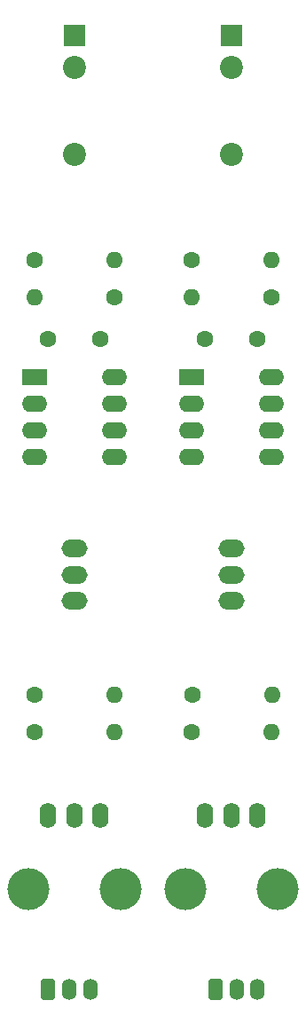
<source format=gbr>
%TF.GenerationSoftware,KiCad,Pcbnew,9.0.4*%
%TF.CreationDate,2026-02-02T18:42:40+11:00*%
%TF.ProjectId,LFO,4c464f2e-6b69-4636-9164-5f7063625858,rev?*%
%TF.SameCoordinates,Original*%
%TF.FileFunction,Soldermask,Bot*%
%TF.FilePolarity,Negative*%
%FSLAX46Y46*%
G04 Gerber Fmt 4.6, Leading zero omitted, Abs format (unit mm)*
G04 Created by KiCad (PCBNEW 9.0.4) date 2026-02-02 18:42:40*
%MOMM*%
%LPD*%
G01*
G04 APERTURE LIST*
G04 Aperture macros list*
%AMRoundRect*
0 Rectangle with rounded corners*
0 $1 Rounding radius*
0 $2 $3 $4 $5 $6 $7 $8 $9 X,Y pos of 4 corners*
0 Add a 4 corners polygon primitive as box body*
4,1,4,$2,$3,$4,$5,$6,$7,$8,$9,$2,$3,0*
0 Add four circle primitives for the rounded corners*
1,1,$1+$1,$2,$3*
1,1,$1+$1,$4,$5*
1,1,$1+$1,$6,$7*
1,1,$1+$1,$8,$9*
0 Add four rect primitives between the rounded corners*
20,1,$1+$1,$2,$3,$4,$5,0*
20,1,$1+$1,$4,$5,$6,$7,0*
20,1,$1+$1,$6,$7,$8,$9,0*
20,1,$1+$1,$8,$9,$2,$3,0*%
G04 Aperture macros list end*
%ADD10C,1.600000*%
%ADD11R,2.400000X1.600000*%
%ADD12O,2.400000X1.600000*%
%ADD13O,1.600000X1.600000*%
%ADD14C,4.000000*%
%ADD15O,1.600000X2.400000*%
%ADD16RoundRect,0.291666X-0.408334X-0.708334X0.408334X-0.708334X0.408334X0.708334X-0.408334X0.708334X0*%
%ADD17O,1.400000X2.000000*%
%ADD18O,2.500000X1.700000*%
%ADD19R,2.000000X2.000000*%
%ADD20C,2.200000*%
G04 APERTURE END LIST*
D10*
%TO.C,C1*%
X140000000Y-85000000D03*
X145000000Y-85000000D03*
%TD*%
D11*
%TO.C,U2*%
X153690000Y-88690000D03*
D12*
X153690000Y-91230000D03*
X153690000Y-93770000D03*
X153690000Y-96310000D03*
X161310000Y-96310000D03*
X161310000Y-93770000D03*
X161310000Y-91230000D03*
X161310000Y-88690000D03*
%TD*%
D10*
%TO.C,R2*%
X138690000Y-119000000D03*
D13*
X146310000Y-119000000D03*
%TD*%
D10*
%TO.C,C2*%
X155000000Y-85000000D03*
X160000000Y-85000000D03*
%TD*%
%TO.C,R5*%
X153690000Y-122500000D03*
D13*
X161310000Y-122500000D03*
%TD*%
D14*
%TO.C,RV1*%
X146900000Y-137500000D03*
X138100000Y-137500000D03*
D15*
X139999999Y-130500000D03*
X142500000Y-130500000D03*
X145000001Y-130500000D03*
%TD*%
D14*
%TO.C,RV2*%
X161900000Y-137500000D03*
X153100000Y-137500000D03*
D15*
X154999999Y-130500000D03*
X157500000Y-130500000D03*
X160000001Y-130500000D03*
%TD*%
D16*
%TO.C,J3*%
X140000000Y-147050000D03*
D17*
X142000000Y-147050000D03*
X144000000Y-147050000D03*
%TD*%
D10*
%TO.C,R6*%
X153750000Y-119000000D03*
D13*
X161370000Y-119000000D03*
%TD*%
D16*
%TO.C,J4*%
X156000000Y-147050000D03*
D17*
X158000000Y-147050000D03*
X160000000Y-147050000D03*
%TD*%
D10*
%TO.C,R3*%
X146310000Y-81000000D03*
D13*
X138690000Y-81000000D03*
%TD*%
D10*
%TO.C,R4*%
X138690000Y-77500000D03*
D13*
X146310000Y-77500000D03*
%TD*%
D18*
%TO.C,SW2*%
X157500000Y-105000000D03*
X157500000Y-107500000D03*
X157500000Y-110000000D03*
%TD*%
D19*
%TO.C,J1*%
X142500000Y-56020000D03*
D20*
X142500000Y-59120000D03*
X142500000Y-67420000D03*
%TD*%
D10*
%TO.C,R1*%
X138690000Y-122500000D03*
D13*
X146310000Y-122500000D03*
%TD*%
D19*
%TO.C,J2*%
X157500000Y-56020000D03*
D20*
X157500000Y-59120000D03*
X157500000Y-67420000D03*
%TD*%
D18*
%TO.C,SW1*%
X142500000Y-105000000D03*
X142500000Y-107500000D03*
X142500000Y-110000000D03*
%TD*%
D11*
%TO.C,U1*%
X138690000Y-88690000D03*
D12*
X138690000Y-91230000D03*
X138690000Y-93770000D03*
X138690000Y-96310000D03*
X146310000Y-96310000D03*
X146310000Y-93770000D03*
X146310000Y-91230000D03*
X146310000Y-88690000D03*
%TD*%
D10*
%TO.C,R7*%
X161310000Y-81000000D03*
D13*
X153690000Y-81000000D03*
%TD*%
D10*
%TO.C,R8*%
X153690000Y-77500000D03*
D13*
X161310000Y-77500000D03*
%TD*%
M02*

</source>
